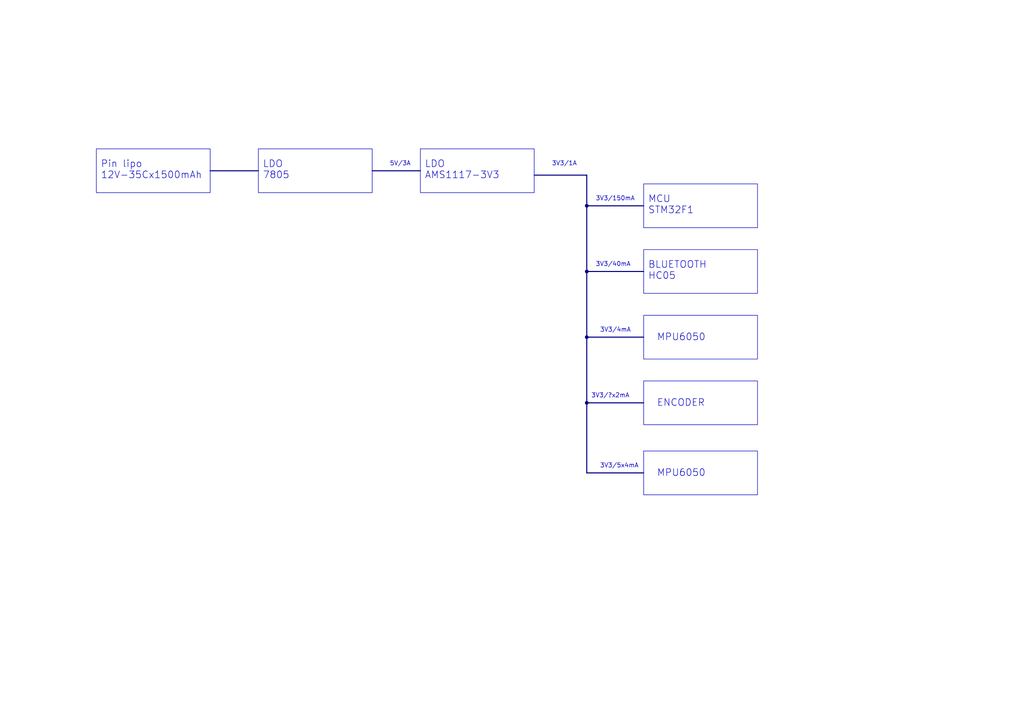
<source format=kicad_sch>
(kicad_sch (version 20230121) (generator eeschema)
  (paper "A4")
  (lib_symbols)
  (junction (at 170.18 116.84))
  (junction (at 170.18 97.79))
  (junction (at 170.18 78.74))
  (junction (at 170.18 59.69))
  (bus (pts (xy 170.18 137.16) (xy 186.69 137.16)))
  (bus (pts (xy 170.18 97.79) (xy 186.69 97.79)))
  (bus (pts (xy 170.18 116.84) (xy 186.69 116.84)))
  (bus (pts (xy 170.18 59.69) (xy 170.18 78.74)))
  (bus (pts (xy 154.94 50.8) (xy 170.18 50.8)))
  (bus (pts (xy 170.18 50.8) (xy 170.18 59.69)))
  (bus (pts (xy 170.18 59.69) (xy 186.69 59.69)))
  (bus (pts (xy 60.96 49.53) (xy 74.93 49.53)))
  (bus (pts (xy 170.18 78.74) (xy 170.18 97.79)))
  (bus (pts (xy 170.18 78.74) (xy 186.69 78.74)))
  (bus (pts (xy 107.95 49.53) (xy 121.92 49.53)))
  (bus (pts (xy 170.18 97.79) (xy 170.18 116.84)))
  (bus (pts (xy 170.18 116.84) (xy 170.18 137.16)))
  (rectangle (start 186.69 53.34) (end 219.71 66.04))
  (rectangle (start 186.69 130.81) (end 219.71 143.51))
  (rectangle (start 186.69 72.39) (end 219.71 85.09))
  (rectangle (start 74.93 43.18) (end 107.95 55.88))
  (rectangle (start 27.94 43.18) (end 60.96 55.88))
  (rectangle (start 186.69 91.44) (end 219.71 104.14))
  (rectangle (start 121.92 43.18) (end 154.94 55.88))
  (rectangle (start 186.69 110.49) (end 219.71 123.19))
  (text "3V3/4mA" (at 173.99 96.52 0) (effects (font (size 1.27 1.27)) (justify left bottom)))
  (text "3V3/?x2mA" (at 171.45 115.57 0) (effects (font (size 1.27 1.27)) (justify left bottom)))
  (text "3V3/1A" (at 160.02 48.26 0) (effects (font (size 1.27 1.27)) (justify left bottom)))
  (text "MPU6050" (at 190.5 99.06 0) (effects (font (size 2 2)) (justify left bottom)))
  (text "MCU\nSTM32F1" (at 187.96 62.23 0) (effects (font (size 2 2)) (justify left bottom)))
  (text "BLUETOOTH\nHC05" (at 187.96 81.28 0) (effects (font (size 2 2)) (justify left bottom)))
  (text "ENCODER" (at 190.5 118.11 0) (effects (font (size 2 2)) (justify left bottom)))
  (text "MPU6050" (at 190.5 138.43 0) (effects (font (size 2 2)) (justify left bottom)))
  (text "3V3/5x4mA" (at 173.99 135.89 0) (effects (font (size 1.27 1.27)) (justify left bottom)))
  (text "3V3/150mA" (at 172.72 58.42 0) (effects (font (size 1.27 1.27)) (justify left bottom)))
  (text "3V3/40mA" (at 172.72 77.47 0) (effects (font (size 1.27 1.27)) (justify left bottom)))
  (text "5V/3A" (at 113.03 48.26 0) (effects (font (size 1.27 1.27)) (justify left bottom)))
  (text "LDO\nAMS1117-3V3" (at 123.19 52.07 0) (effects (font (size 2 2)) (justify left bottom)))
  (text "Pin lipo\n12V-35Cx1500mAh" (at 29.21 52.07 0) (effects (font (size 2 2)) (justify left bottom)))
  (text "LDO\n7805" (at 76.2 52.07 0) (effects (font (size 2 2)) (justify left bottom)))
)
</source>
